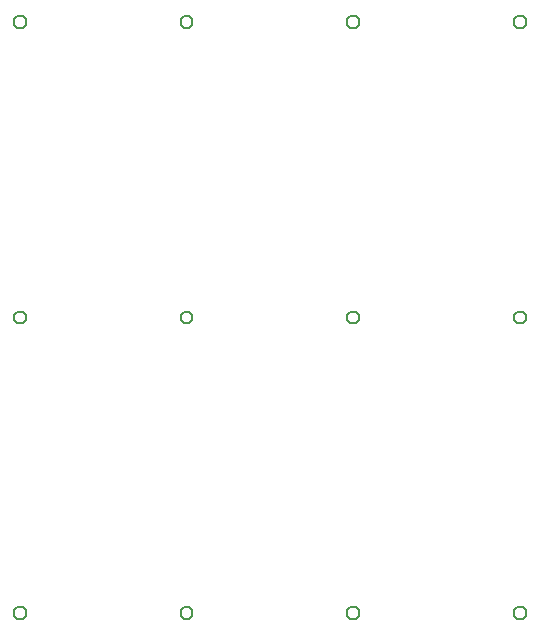
<source format=gbr>
%TF.GenerationSoftware,Altium Limited,Altium Designer,22.0.2 (36)*%
G04 Layer_Color=32896*
%FSLAX26Y26*%
%MOIN*%
%TF.SameCoordinates,7C2B3453-B62B-4687-BB94-77A5B7653B1A*%
%TF.FilePolarity,Positive*%
%TF.FileFunction,Legend,Bot*%
%TF.Part,CustomerPanel*%
G01*
G75*
%TA.AperFunction,NonConductor*%
%ADD22C,0.007874*%
D22*
X-892444Y-1127283D02*
X-872765D01*
X-862926Y-1117444D01*
Y-1097765D01*
X-872765Y-1087926D01*
X-892444D01*
X-902283Y-1097765D01*
Y-1117444D01*
X-892444Y-1127283D01*
X-337129D02*
X-317450D01*
X-307611Y-1117444D01*
Y-1097765D01*
X-317450Y-1087926D01*
X-337129D01*
X-346968Y-1097765D01*
Y-1117444D01*
X-337129Y-1127283D01*
X218186D02*
X237865D01*
X247704Y-1117444D01*
Y-1097765D01*
X237865Y-1087926D01*
X218186D01*
X208347Y-1097765D01*
Y-1117444D01*
X218186Y-1127283D01*
X773501D02*
X793180D01*
X803019Y-1117444D01*
Y-1097765D01*
X793180Y-1087926D01*
X773501D01*
X763662Y-1097765D01*
Y-1117444D01*
X773501Y-1127283D01*
X-892444Y-143031D02*
X-872765D01*
X-862926Y-133192D01*
Y-113513D01*
X-872765Y-103674D01*
X-892444D01*
X-902283Y-113513D01*
Y-133192D01*
X-892444Y-143031D01*
X-337129D02*
X-317450D01*
X-307611Y-133192D01*
Y-113513D01*
X-317450Y-103674D01*
X-337129D01*
X-346968Y-113513D01*
Y-133192D01*
X-337129Y-143031D01*
X218186D02*
X237865D01*
X247704Y-133192D01*
Y-113513D01*
X237865Y-103674D01*
X218186D01*
X208347Y-113513D01*
Y-133192D01*
X218186Y-143031D01*
X773501D02*
X793180D01*
X803019Y-133192D01*
Y-113513D01*
X793180Y-103674D01*
X773501D01*
X763662Y-113513D01*
Y-133192D01*
X773501Y-143031D01*
X-892444Y841221D02*
X-872765D01*
X-862926Y851060D01*
Y870739D01*
X-872765Y880578D01*
X-892444D01*
X-902283Y870739D01*
Y851060D01*
X-892444Y841221D01*
X-337129D02*
X-317450D01*
X-307611Y851060D01*
Y870739D01*
X-317450Y880578D01*
X-337129D01*
X-346968Y870739D01*
Y851060D01*
X-337129Y841221D01*
X218186D02*
X237865D01*
X247704Y851060D01*
Y870739D01*
X237865Y880578D01*
X218186D01*
X208347Y870739D01*
Y851060D01*
X218186Y841221D01*
X773501D02*
X793180D01*
X803019Y851060D01*
Y870739D01*
X793180Y880578D01*
X773501D01*
X763662Y870739D01*
Y851060D01*
X773501Y841221D01*
%TF.MD5,2356b8db90d195323f760d86872ef6e7*%
M02*

</source>
